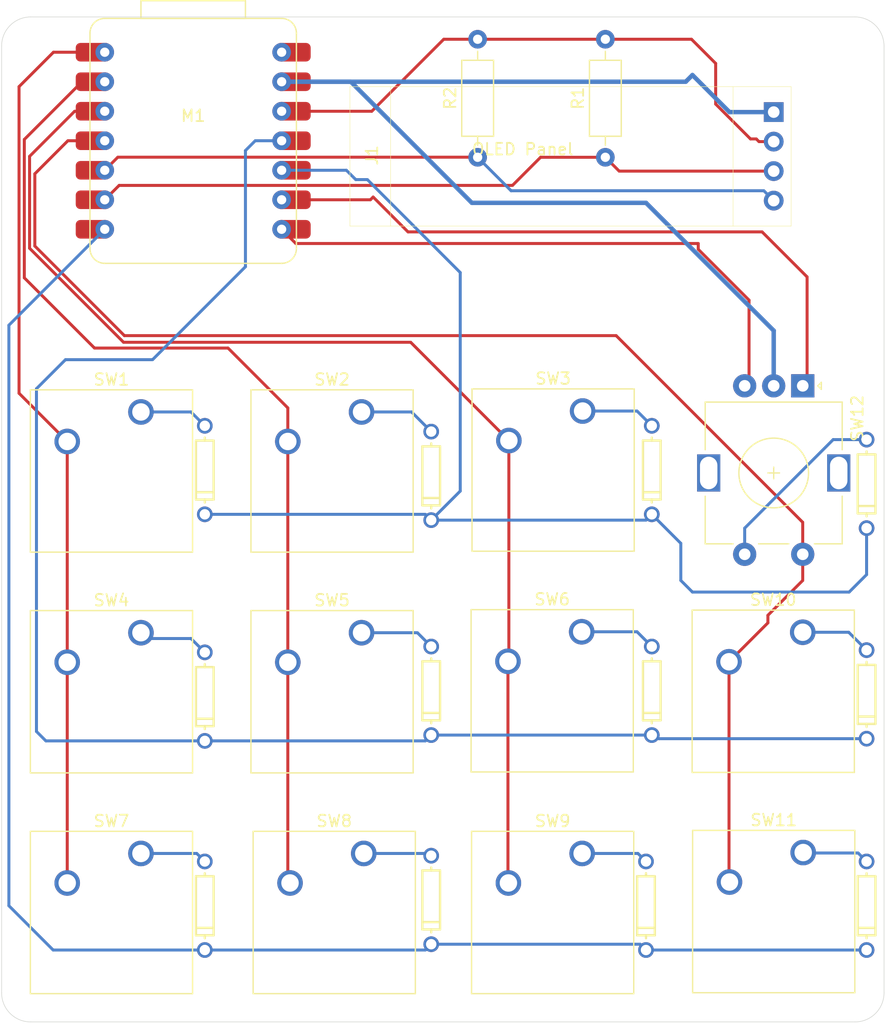
<source format=kicad_pcb>
(kicad_pcb (version 20240108) (generator "pcbnew") (generator_version "8.0")
  (layers (0 "F.Cu" signal) (31 "B.Cu" signal) (34 "B.Paste" user) (35 "F.Paste" user) (36 "B.SilkS" user "B.Silkscreen") (37 "F.SilkS" user "F.Silkscreen") (38 "B.Mask" user) (39 "F.Mask" user) (44 "Edge.Cuts" user))
  (net 0 "")
  (net 1 "+5V")
  (net 2 "GND")
  (net 3 "SDA")
  (net 4 "SCL")
  (net 5 "COL0")
  (net 6 "COL1")
  (net 7 "COL2")
  (net 8 "COL3")
  (net 9 "B")
  (net 10 "A")
  (net 11 "ROW2")
  (net 12 "ROW1")
  (net 13 "+3V3")
  (net 14 "ROW0")
  (net 15 "Net-(D1-PadA)")
  (net 16 "Net-(D2-PadA)")
  (net 17 "Net-(D3-PadA)")
  (net 18 "Net-(D4-PadA)")
  (net 19 "Net-(D5-PadA)")
  (net 20 "Net-(D6-PadA)")
  (net 21 "Net-(D7-PadA)")
  (net 22 "Net-(D8-PadA)")
  (net 23 "Net-(D9-PadA)")
  (net 24 "Net-(D10-PadA)")
  (net 25 "Net-(D11-PadA)")
  (net 26 "Net-(D12-PadA)")
  (footprint "CUSTOM LIBRARY:DIODE-1N4148" (layer "F.Cu") (at 109 83.5 -90)
    (property "Reference" "D2")
    (property "Value" "D_Small" (hide yes))
    (fp_line (start -2.54 0.762) (end -2.54 0) (stroke (width 0.2032)) (layer "F.SilkS"))
    (fp_line (start 2.54 0.762) (end -2.54 0.762) (stroke (width 0.2032)) (layer "F.SilkS"))
    (fp_line (start -2.54 0) (end -2.794 0) (stroke (width 0.2032)) (layer "F.SilkS"))
    (fp_line (start -2.54 0) (end -2.54 -0.762) (stroke (width 0.2032)) (layer "F.SilkS"))
    (fp_line (start 2.54 0) (end 2.54 0.762) (stroke (width 0.2032)) (layer "F.SilkS"))
    (fp_line (start 2.54 0) (end 2.794 0) (stroke (width 0.2032)) (layer "F.SilkS"))
    (fp_line (start 1.905 -0.635) (end 1.905 0.635) (stroke (width 0.2032)) (layer "F.SilkS"))
    (fp_line (start -2.54 -0.762) (end 2.54 -0.762) (stroke (width 0.2032)) (layer "F.SilkS"))
    (fp_line (start 2.54 -0.762) (end 2.54 0) (stroke (width 0.2032)) (layer "F.SilkS"))
    (pad "A" thru_hole oval (at -3.81 0 270) (size 1.34874 1.34874) (drill 0.89916) (layers "*.Cu" "*.Mask") (net 16 "Net-(D2-PadA)"))
    (pad "K" thru_hole oval (at 3.81 0 270) (size 1.34874 1.34874) (drill 0.89916) (layers "*.Cu" "*.Mask") (net 14 "ROW0"))
  )
  (footprint "CUSTOM LIBRARY:SW_Cherry_MX_1.00u_PCB" (layer "F.Cu") (at 121.96 96.92)
    (property "Reference" "SW6" (at -2.54 -2.794 0) (layer "F.SilkS"))
    (property "Value" "SW_Push")
    (fp_line (start -9.525 -1.905) (end 4.445 -1.905) (stroke (width 0.12)) (layer "F.SilkS"))
    (fp_line (start -9.525 12.065) (end -9.525 -1.905) (stroke (width 0.12)) (layer "F.SilkS"))
    (fp_line (start 4.445 -1.905) (end 4.445 12.065) (stroke (width 0.12)) (layer "F.SilkS"))
    (fp_line (start 4.445 12.065) (end -9.525 12.065) (stroke (width 0.12)) (layer "F.SilkS"))
    (pad "" np_thru_hole circle (at -7.62 5.08) (size 1.7 1.7) (drill 1.7) (layers "*.Cu" "*.Mask"))
    (pad "" np_thru_hole circle (at -2.54 5.08) (size 4 4) (drill 4) (layers "*.Cu" "*.Mask"))
    (pad "" np_thru_hole circle (at 2.54 5.08) (size 1.7 1.7) (drill 1.7) (layers "*.Cu" "*.Mask"))
    (pad "1" thru_hole circle (at 0 0) (size 2.2 2.2) (drill 1.5) (layers "*.Cu" "*.Mask") (net 20 "Net-(D6-PadA)"))
    (pad "2" thru_hole circle (at -6.35 2.54) (size 2.2 2.2) (drill 1.5) (layers "*.Cu" "*.Mask") (net 7 "COL2"))
  )
  (footprint "Resistor_THT:R_Axial_DIN0207_L6.3mm_D2.5mm_P10.16mm_Horizontal" (layer "F.Cu") (at 124 56.08 90)
    (property "Reference" "R1" (at 5.08 -2.37 90) (layer "F.SilkS"))
    (property "Value" "R")
    (fp_line (start 8.35 -1.37) (end 1.81 -1.37) (stroke (width 0.12)) (layer "F.SilkS"))
    (fp_line (start 1.81 -1.37) (end 1.81 1.37) (stroke (width 0.12)) (layer "F.SilkS"))
    (fp_line (start 9.12 0) (end 8.35 0) (stroke (width 0.12)) (layer "F.SilkS"))
    (fp_line (start 1.04 0) (end 1.81 0) (stroke (width 0.12)) (layer "F.SilkS"))
    (fp_line (start 8.35 1.37) (end 8.35 -1.37) (stroke (width 0.12)) (layer "F.SilkS"))
    (fp_line (start 1.81 1.37) (end 8.35 1.37) (stroke (width 0.12)) (layer "F.SilkS"))
    (pad "1" thru_hole circle (at 0 0 90) (size 1.6 1.6) (drill 0.8) (layers "*.Cu" "*.Mask") (net 4 "SCL"))
    (pad "2" thru_hole oval (at 10.16 0 90) (size 1.6 1.6) (drill 0.8) (layers "*.Cu" "*.Mask") (net 13 "+3V3"))
  )
  (footprint "CUSTOM LIBRARY:SW_Cherry_MX_1.00u_PCB" (layer "F.Cu") (at 141 96.96)
    (property "Reference" "SW10" (at -2.54 -2.794 0) (layer "F.SilkS"))
    (property "Value" "SW_Push")
    (fp_line (start -9.525 -1.905) (end 4.445 -1.905) (stroke (width 0.12)) (layer "F.SilkS"))
    (fp_line (start -9.525 12.065) (end -9.525 -1.905) (stroke (width 0.12)) (layer "F.SilkS"))
    (fp_line (start 4.445 -1.905) (end 4.445 12.065) (stroke (width 0.12)) (layer "F.SilkS"))
    (fp_line (start 4.445 12.065) (end -9.525 12.065) (stroke (width 0.12)) (layer "F.SilkS"))
    (pad "" np_thru_hole circle (at -7.62 5.08) (size 1.7 1.7) (drill 1.7) (layers "*.Cu" "*.Mask"))
    (pad "" np_thru_hole circle (at -2.54 5.08) (size 4 4) (drill 4) (layers "*.Cu" "*.Mask"))
    (pad "" np_thru_hole circle (at 2.54 5.08) (size 1.7 1.7) (drill 1.7) (layers "*.Cu" "*.Mask"))
    (pad "1" thru_hole circle (at 0 0) (size 2.2 2.2) (drill 1.5) (layers "*.Cu" "*.Mask") (net 24 "Net-(D10-PadA)"))
    (pad "2" thru_hole circle (at -6.35 2.54) (size 2.2 2.2) (drill 1.5) (layers "*.Cu" "*.Mask") (net 8 "COL3"))
  )
  (footprint "CUSTOM LIBRARY:SW_Cherry_MX_1.00u_PCB" (layer "F.Cu") (at 141.04 115.92)
    (property "Reference" "SW11" (at -2.54 -2.794 0) (layer "F.SilkS"))
    (property "Value" "SW_Push")
    (fp_line (start -9.525 -1.905) (end 4.445 -1.905) (stroke (width 0.12)) (layer "F.SilkS"))
    (fp_line (start -9.525 12.065) (end -9.525 -1.905) (stroke (width 0.12)) (layer "F.SilkS"))
    (fp_line (start 4.445 -1.905) (end 4.445 12.065) (stroke (width 0.12)) (layer "F.SilkS"))
    (fp_line (start 4.445 12.065) (end -9.525 12.065) (stroke (width 0.12)) (layer "F.SilkS"))
    (pad "" np_thru_hole circle (at -7.62 5.08) (size 1.7 1.7) (drill 1.7) (layers "*.Cu" "*.Mask"))
    (pad "" np_thru_hole circle (at -2.54 5.08) (size 4 4) (drill 4) (layers "*.Cu" "*.Mask"))
    (pad "" np_thru_hole circle (at 2.54 5.08) (size 1.7 1.7) (drill 1.7) (layers "*.Cu" "*.Mask"))
    (pad "1" thru_hole circle (at 0 0) (size 2.2 2.2) (drill 1.5) (layers "*.Cu" "*.Mask") (net 25 "Net-(D11-PadA)"))
    (pad "2" thru_hole circle (at -6.35 2.54) (size 2.2 2.2) (drill 1.5) (layers "*.Cu" "*.Mask") (net 8 "COL3"))
  )
  (footprint "CUSTOM LIBRARY:DIODE-1N4148" (layer "F.Cu") (at 109 102 -90)
    (property "Reference" "D5")
    (property "Value" "D_Small" (hide yes))
    (fp_line (start -2.54 0.762) (end -2.54 0) (stroke (width 0.2032)) (layer "F.SilkS"))
    (fp_line (start 2.54 0.762) (end -2.54 0.762) (stroke (width 0.2032)) (layer "F.SilkS"))
    (fp_line (start -2.54 0) (end -2.794 0) (stroke (width 0.2032)) (layer "F.SilkS"))
    (fp_line (start -2.54 0) (end -2.54 -0.762) (stroke (width 0.2032)) (layer "F.SilkS"))
    (fp_line (start 2.54 0) (end 2.54 0.762) (stroke (width 0.2032)) (layer "F.SilkS"))
    (fp_line (start 2.54 0) (end 2.794 0) (stroke (width 0.2032)) (layer "F.SilkS"))
    (fp_line (start 1.905 -0.635) (end 1.905 0.635) (stroke (width 0.2032)) (layer "F.SilkS"))
    (fp_line (start -2.54 -0.762) (end 2.54 -0.762) (stroke (width 0.2032)) (layer "F.SilkS"))
    (fp_line (start 2.54 -0.762) (end 2.54 0) (stroke (width 0.2032)) (layer "F.SilkS"))
    (pad "A" thru_hole oval (at -3.81 0 270) (size 1.34874 1.34874) (drill 0.89916) (layers "*.Cu" "*.Mask") (net 19 "Net-(D5-PadA)"))
    (pad "K" thru_hole oval (at 3.81 0 270) (size 1.34874 1.34874) (drill 0.89916) (layers "*.Cu" "*.Mask") (net 12 "ROW1"))
  )
  (footprint "CUSTOM LIBRARY:XIAO-RP2040" (layer "F.Cu") (at 79.61 65.208)
    (property "Reference" "M1" (at 8.89 -12.7 0) (layer "F.SilkS"))
    (property "Value" "XIAO-RP2040")
    (fp_line (start 0 -1.27) (end 0 -19.812) (stroke (width 0.12)) (layer "F.SilkS"))
    (fp_line (start 1.27 -21.082) (end 16.51 -21.082) (stroke (width 0.12)) (layer "F.SilkS"))
    (fp_line (start 16.51 0) (end 1.27 0) (stroke (width 0.12)) (layer "F.SilkS"))
    (fp_line (start 17.78 -19.812) (end 17.78 -1.27) (stroke (width 0.12)) (layer "F.SilkS"))
    (fp_rect (start 4.39 -21.082) (end 13.39 -22.606) (stroke (width 0.12)) (fill none) (layer "F.SilkS"))
    (fp_arc (start 0 -19.812) (mid 0.371974 -20.710026) (end 1.27 -21.082) (stroke (width 0.12)) (layer "F.SilkS"))
    (fp_arc (start 1.27 0) (mid 0.371974 -0.371974) (end 0 -1.27) (stroke (width 0.12)) (layer "F.SilkS"))
    (fp_arc (start 16.51 -21.082) (mid 17.408026 -20.710026) (end 17.78 -19.812) (stroke (width 0.12)) (layer "F.SilkS"))
    (fp_arc (start 17.78 -1.27) (mid 17.408026 -0.371974) (end 16.51 0) (stroke (width 0.12)) (layer "F.SilkS"))
    (pad "1" thru_hole circle (at 1.2725 -18.171) (size 1.6 1.6) (drill 0.8) (layers "*.Cu" "*.Mask") (net 5 "COL0"))
    (pad "1" smd roundrect (at 1.2725 -18.171) (size 3 1.6) (drill (offset -1 0)) (layers "F.Cu" "F.Paste" "F.Mask") (net 5 "COL0"))
    (pad "2" thru_hole circle (at 1.2725 -15.631) (size 1.6 1.6) (drill 0.8) (layers "*.Cu" "*.Mask") (net 6 "COL1"))
    (pad "2" smd roundrect (at 1.2725 -15.631) (size 3 1.6) (drill (offset -1 0)) (layers "F.Cu" "F.Paste" "F.Mask") (net 6 "COL1"))
    (pad "3" thru_hole circle (at 1.2725 -13.091) (size 1.6 1.6) (drill 0.8) (layers "*.Cu" "*.Mask") (net 7 "COL2"))
    (pad "3" smd roundrect (at 1.2725 -13.091) (size 3 1.6) (drill (offset -1 0)) (layers "F.Cu" "F.Paste" "F.Mask") (net 7 "COL2"))
    (pad "4" thru_hole circle (at 1.2725 -10.551) (size 1.6 1.6) (drill 0.8) (layers "*.Cu" "*.Mask") (net 8 "COL3"))
    (pad "4" smd roundrect (at 1.2725 -10.551) (size 3 1.6) (drill (offset -1 0)) (layers "F.Cu" "F.Paste" "F.Mask") (net 8 "COL3"))
    (pad "5" thru_hole circle (at 1.2725 -8.011) (size 1.6 1.6) (drill 0.8) (layers "*.Cu" "*.Mask") (net 3 "SDA"))
    (pad "5" smd roundrect (at 1.2725 -8.011) (size 3 1.6) (drill (offset -1 0)) (layers "F.Cu" "F.Paste" "F.Mask") (net 3 "SDA"))
    (pad "6" thru_hole circle (at 1.2725 -5.471) (size 1.6 1.6) (drill 0.8) (layers "*.Cu" "*.Mask") (net 4 "SCL"))
    (pad "6" smd roundrect (at 1.2725 -5.471) (size 3 1.6) (drill (offset -1 0)) (layers "F.Cu" "F.Paste" "F.Mask") (net 4 "SCL"))
    (pad "7" thru_hole circle (at 1.2725 -2.931) (size 1.6 1.6) (drill 0.8) (layers "*.Cu" "*.Mask") (net 11 "ROW2"))
    (pad "7" smd roundrect (at 1.2725 -2.931) (size 3 1.6) (drill (offset -1 0)) (layers "F.Cu" "F.Paste" "F.Mask") (net 11 "ROW2"))
    (pad "8" thru_hole circle (at 16.5075 -2.931) (size 1.6 1.6) (drill 0.8) (layers "*.Cu" "*.Mask") (net 9 "B"))
    (pad "8" smd roundrect (at 16.5075 -2.931) (size 3 1.6) (drill (offset 1 0)) (layers "F.Cu" "F.Paste" "F.Mask") (net 9 "B"))
    (pad "9" thru_hole circle (at 16.5075 -5.471) (size 1.6 1.6) (drill 0.8) (layers "*.Cu" "*.Mask") (net 10 "A"))
    (pad "9" smd roundrect (at 16.5075 -5.471) (size 3 1.6) (drill (offset 1 0)) (layers "F.Cu" "F.Paste" "F.Mask") (net 10 "A"))
    (pad "10" thru_hole circle (at 16.5075 -8.011) (size 1.6 1.6) (drill 0.8) (layers "*.Cu" "*.Mask") (net 14 "ROW0"))
    (pad "10" smd roundrect (at 16.5075 -8.011) (size 3 1.6) (drill (offset 1 0)) (layers "F.Cu" "F.Paste" "F.Mask") (net 14 "ROW0"))
    (pad "11" thru_hole circle (at 16.5075 -10.551) (size 1.6 1.6) (drill 0.8) (layers "*.Cu" "*.Mask") (net 12 "ROW1"))
    (pad "11" smd roundrect (at 16.5075 -10.551) (size 3 1.6) (drill (offset 1 0)) (layers "F.Cu" "F.Paste" "F.Mask") (net 12 "ROW1"))
    (pad "12" thru_hole circle (at 16.5075 -13.091) (size 1.6 1.6) (drill 0.8) (layers "*.Cu" "*.Mask") (net 13 "+3V3"))
    (pad "12" smd roundrect (at 16.5075 -13.091) (size 3 1.6) (drill (offset 1 0)) (layers "F.Cu" "F.Paste" "F.Mask") (net 13 "+3V3"))
    (pad "13" thru_hole circle (at 16.5075 -15.631) (size 1.6 1.6) (drill 0.8) (layers "*.Cu" "*.Mask") (net 2 "GND"))
    (pad "13" smd roundrect (at 16.5075 -15.631) (size 3 1.6) (drill (offset 1 0)) (layers "F.Cu" "F.Paste" "F.Mask") (net 2 "GND"))
    (pad "14" thru_hole circle (at 16.5075 -18.171) (size 1.6 1.6) (drill 0.8) (layers "*.Cu" "*.Mask") (net 1 "+5V"))
    (pad "14" smd roundrect (at 16.5075 -18.171) (size 3 1.6) (drill (offset 1 0)) (layers "F.Cu" "F.Paste" "F.Mask") (net 1 "+5V"))
  )
  (footprint "CUSTOM LIBRARY:SSD1306-0.91-OLED-4pin-128x32" (layer "F.Cu") (at 102 50)
    (property "Reference" "J1" (at 1.9 5.91 90) (layer "F.SilkS"))
    (property "Value" "Conn_01x04")
    (fp_line (start 0 0) (end 0 12) (stroke (width 0.04)) (layer "F.SilkS"))
    (fp_line (start 0 12) (end 38 12) (stroke (width 0.04)) (layer "F.SilkS"))
    (fp_line (start 3.5 0) (end 3.5 12) (stroke (width 0.04)) (layer "F.SilkS"))
    (fp_line (start 33 0) (end 33 12) (stroke (width 0.04)) (layer "F.SilkS"))
    (fp_line (start 38 0) (end 0 0) (stroke (width 0.04)) (layer "F.SilkS"))
    (fp_line (start 38 12) (end 38 0) (stroke (width 0.04)) (layer "F.SilkS"))
    (fp_text user "OLED Panel" (at 14.885 5.385 0) (layer "F.SilkS"))
    (pad "1" thru_hole rect (at 36.5 2.19) (size 1.7 1.7) (drill 1) (layers "*.Cu" "*.Mask") (net 2 "GND"))
    (pad "2" thru_hole oval (at 36.5 4.73) (size 1.7 1.7) (drill 1) (layers "*.Cu" "*.Mask") (net 13 "+3V3"))
    (pad "3" thru_hole oval (at 36.5 7.27) (size 1.7 1.7) (drill 1) (layers "*.Cu" "*.Mask") (net 4 "SCL"))
    (pad "4" thru_hole oval (at 36.5 9.81) (size 1.7 1.7) (drill 1) (layers "*.Cu" "*.Mask") (net 3 "SDA"))
  )
  (footprint "CUSTOM LIBRARY:SW_Cherry_MX_1.00u_PCB" (layer "F.Cu") (at 122.04 77.92)
    (property "Reference" "SW3" (at -2.54 -2.794 0) (layer "F.SilkS"))
    (property "Value" "SW_Push")
    (fp_line (start -9.525 -1.905) (end 4.445 -1.905) (stroke (width 0.12)) (layer "F.SilkS"))
    (fp_line (start -9.525 12.065) (end -9.525 -1.905) (stroke (width 0.12)) (layer "F.SilkS"))
    (fp_line (start 4.445 -1.905) (end 4.445 12.065) (stroke (width 0.12)) (layer "F.SilkS"))
    (fp_line (start 4.445 12.065) (end -9.525 12.065) (stroke (width 0.12)) (layer "F.SilkS"))
    (pad "" np_thru_hole circle (at -7.62 5.08) (size 1.7 1.7) (drill 1.7) (layers "*.Cu" "*.Mask"))
    (pad "" np_thru_hole circle (at -2.54 5.08) (size 4 4) (drill 4) (layers "*.Cu" "*.Mask"))
    (pad "" np_thru_hole circle (at 2.54 5.08) (size 1.7 1.7) (drill 1.7) (layers "*.Cu" "*.Mask"))
    (pad "1" thru_hole circle (at 0 0) (size 2.2 2.2) (drill 1.5) (layers "*.Cu" "*.Mask") (net 17 "Net-(D3-PadA)"))
    (pad "2" thru_hole circle (at -6.35 2.54) (size 2.2 2.2) (drill 1.5) (layers "*.Cu" "*.Mask") (net 7 "COL2"))
  )
  (footprint "CUSTOM LIBRARY:SW_Cherry_MX_1.00u_PCB" (layer "F.Cu") (at 84 78)
    (property "Reference" "SW1" (at -2.54 -2.794 0) (layer "F.SilkS"))
    (property "Value" "SW_Push")
    (fp_line (start -9.525 -1.905) (end 4.445 -1.905) (stroke (width 0.12)) (layer "F.SilkS"))
    (fp_line (start -9.525 12.065) (end -9.525 -1.905) (stroke (width 0.12)) (layer "F.SilkS"))
    (fp_line (start 4.445 -1.905) (end 4.445 12.065) (stroke (width 0.12)) (layer "F.SilkS"))
    (fp_line (start 4.445 12.065) (end -9.525 12.065) (stroke (width 0.12)) (layer "F.SilkS"))
    (pad "" np_thru_hole circle (at -7.62 5.08) (size 1.7 1.7) (drill 1.7) (layers "*.Cu" "*.Mask"))
    (pad "" np_thru_hole circle (at -2.54 5.08) (size 4 4) (drill 4) (layers "*.Cu" "*.Mask"))
    (pad "" np_thru_hole circle (at 2.54 5.08) (size 1.7 1.7) (drill 1.7) (layers "*.Cu" "*.Mask"))
    (pad "1" thru_hole circle (at 0 0) (size 2.2 2.2) (drill 1.5) (layers "*.Cu" "*.Mask") (net 15 "Net-(D1-PadA)"))
    (pad "2" thru_hole circle (at -6.35 2.54) (size 2.2 2.2) (drill 1.5) (layers "*.Cu" "*.Mask") (net 5 "COL0"))
  )
  (footprint "CUSTOM LIBRARY:DIODE-1N4148" (layer "F.Cu") (at 127.5 120.5 -90)
    (property "Reference" "D9")
    (property "Value" "D_Small" (hide yes))
    (fp_line (start -2.54 0.762) (end -2.54 0) (stroke (width 0.2032)) (layer "F.SilkS"))
    (fp_line (start 2.54 0.762) (end -2.54 0.762) (stroke (width 0.2032)) (layer "F.SilkS"))
    (fp_line (start -2.54 0) (end -2.794 0) (stroke (width 0.2032)) (layer "F.SilkS"))
    (fp_line (start -2.54 0) (end -2.54 -0.762) (stroke (width 0.2032)) (layer "F.SilkS"))
    (fp_line (start 2.54 0) (end 2.54 0.762) (stroke (width 0.2032)) (layer "F.SilkS"))
    (fp_line (start 2.54 0) (end 2.794 0) (stroke (width 0.2032)) (layer "F.SilkS"))
    (fp_line (start 1.905 -0.635) (end 1.905 0.635) (stroke (width 0.2032)) (layer "F.SilkS"))
    (fp_line (start -2.54 -0.762) (end 2.54 -0.762) (stroke (width 0.2032)) (layer "F.SilkS"))
    (fp_line (start 2.54 -0.762) (end 2.54 0) (stroke (width 0.2032)) (layer "F.SilkS"))
    (pad "A" thru_hole oval (at -3.81 0 270) (size 1.34874 1.34874) (drill 0.89916) (layers "*.Cu" "*.Mask") (net 23 "Net-(D9-PadA)"))
    (pad "K" thru_hole oval (at 3.81 0 270) (size 1.34874 1.34874) (drill 0.89916) (layers "*.Cu" "*.Mask") (net 11 "ROW2"))
  )
  (footprint "CUSTOM LIBRARY:SW_Cherry_MX_1.00u_PCB" (layer "F.Cu") (at 103 97)
    (property "Reference" "SW5" (at -2.54 -2.794 0) (layer "F.SilkS"))
    (property "Value" "SW_Push")
    (fp_line (start -9.525 -1.905) (end 4.445 -1.905) (stroke (width 0.12)) (layer "F.SilkS"))
    (fp_line (start -9.525 12.065) (end -9.525 -1.905) (stroke (width 0.12)) (layer "F.SilkS"))
    (fp_line (start 4.445 -1.905) (end 4.445 12.065) (stroke (width 0.12)) (layer "F.SilkS"))
    (fp_line (start 4.445 12.065) (end -9.525 12.065) (stroke (width 0.12)) (layer "F.SilkS"))
    (pad "" np_thru_hole circle (at -7.62 5.08) (size 1.7 1.7) (drill 1.7) (layers "*.Cu" "*.Mask"))
    (pad "" np_thru_hole circle (at -2.54 5.08) (size 4 4) (drill 4) (layers "*.Cu" "*.Mask"))
    (pad "" np_thru_hole circle (at 2.54 5.08) (size 1.7 1.7) (drill 1.7) (layers "*.Cu" "*.Mask"))
    (pad "1" thru_hole circle (at 0 0) (size 2.2 2.2) (drill 1.5) (layers "*.Cu" "*.Mask") (net 19 "Net-(D5-PadA)"))
    (pad "2" thru_hole circle (at -6.35 2.54) (size 2.2 2.2) (drill 1.5) (layers "*.Cu" "*.Mask") (net 6 "COL1"))
  )
  (footprint "CUSTOM LIBRARY:DIODE-1N4148" (layer "F.Cu") (at 89.5 120.5 -90)
    (property "Reference" "D7")
    (property "Value" "D_Small" (hide yes))
    (fp_line (start -2.54 0.762) (end -2.54 0) (stroke (width 0.2032)) (layer "F.SilkS"))
    (fp_line (start 2.54 0.762) (end -2.54 0.762) (stroke (width 0.2032)) (layer "F.SilkS"))
    (fp_line (start -2.54 0) (end -2.794 0) (stroke (width 0.2032)) (layer "F.SilkS"))
    (fp_line (start -2.54 0) (end -2.54 -0.762) (stroke (width 0.2032)) (layer "F.SilkS"))
    (fp_line (start 2.54 0) (end 2.54 0.762) (stroke (width 0.2032)) (layer "F.SilkS"))
    (fp_line (start 2.54 0) (end 2.794 0) (stroke (width 0.2032)) (layer "F.SilkS"))
    (fp_line (start 1.905 -0.635) (end 1.905 0.635) (stroke (width 0.2032)) (layer "F.SilkS"))
    (fp_line (start -2.54 -0.762) (end 2.54 -0.762) (stroke (width 0.2032)) (layer "F.SilkS"))
    (fp_line (start 2.54 -0.762) (end 2.54 0) (stroke (width 0.2032)) (layer "F.SilkS"))
    (pad "A" thru_hole oval (at -3.81 0 270) (size 1.34874 1.34874) (drill 0.89916) (layers "*.Cu" "*.Mask") (net 21 "Net-(D7-PadA)"))
    (pad "K" thru_hole oval (at 3.81 0 270) (size 1.34874 1.34874) (drill 0.89916) (layers "*.Cu" "*.Mask") (net 11 "ROW2"))
  )
  (footprint "CUSTOM LIBRARY:SW_Cherry_MX_1.00u_PCB" (layer "F.Cu") (at 103.19 116)
    (property "Reference" "SW8" (at -2.54 -2.794 0) (layer "F.SilkS"))
    (property "Value" "SW_Push")
    (fp_line (start -9.525 -1.905) (end 4.445 -1.905) (stroke (width 0.12)) (layer "F.SilkS"))
    (fp_line (start -9.525 12.065) (end -9.525 -1.905) (stroke (width 0.12)) (layer "F.SilkS"))
    (fp_line (start 4.445 -1.905) (end 4.445 12.065) (stroke (width 0.12)) (layer "F.SilkS"))
    (fp_line (start 4.445 12.065) (end -9.525 12.065) (stroke (width 0.12)) (layer "F.SilkS"))
    (pad "" np_thru_hole circle (at -7.62 5.08) (size 1.7 1.7) (drill 1.7) (layers "*.Cu" "*.Mask"))
    (pad "" np_thru_hole circle (at -2.54 5.08) (size 4 4) (drill 4) (layers "*.Cu" "*.Mask"))
    (pad "" np_thru_hole circle (at 2.54 5.08) (size 1.7 1.7) (drill 1.7) (layers "*.Cu" "*.Mask"))
    (pad "1" thru_hole circle (at 0 0) (size 2.2 2.2) (drill 1.5) (layers "*.Cu" "*.Mask") (net 22 "Net-(D8-PadA)"))
    (pad "2" thru_hole circle (at -6.35 2.54) (size 2.2 2.2) (drill 1.5) (layers "*.Cu" "*.Mask") (net 6 "COL1"))
  )
  (footprint "CUSTOM LIBRARY:DIODE-1N4148" (layer "F.Cu") (at 146.5 102.31 -90)
    (property "Reference" "D10")
    (property "Value" "D_Small" (hide yes))
    (fp_line (start -2.54 0.762) (end -2.54 0) (stroke (width 0.2032)) (layer "F.SilkS"))
    (fp_line (start 2.54 0.762) (end -2.54 0.762) (stroke (width 0.2032)) (layer "F.SilkS"))
    (fp_line (start -2.54 0) (end -2.794 0) (stroke (width 0.2032)) (layer "F.SilkS"))
    (fp_line (start -2.54 0) (end -2.54 -0.762) (stroke (width 0.2032)) (layer "F.SilkS"))
    (fp_line (start 2.54 0) (end 2.54 0.762) (stroke (width 0.2032)) (layer "F.SilkS"))
    (fp_line (start 2.54 0) (end 2.794 0) (stroke (width 0.2032)) (layer "F.SilkS"))
    (fp_line (start 1.905 -0.635) (end 1.905 0.635) (stroke (width 0.2032)) (layer "F.SilkS"))
    (fp_line (start -2.54 -0.762) (end 2.54 -0.762) (stroke (width 0.2032)) (layer "F.SilkS"))
    (fp_line (start 2.54 -0.762) (end 2.54 0) (stroke (width 0.2032)) (layer "F.SilkS"))
    (pad "A" thru_hole oval (at -3.81 0 270) (size 1.34874 1.34874) (drill 0.89916) (layers "*.Cu" "*.Mask") (net 24 "Net-(D10-PadA)"))
    (pad "K" thru_hole oval (at 3.81 0 270) (size 1.34874 1.34874) (drill 0.89916) (layers "*.Cu" "*.Mask") (net 12 "ROW1"))
  )
  (footprint "CUSTOM LIBRARY:DIODE-1N4148" (layer "F.Cu") (at 128 102 -90)
    (property "Reference" "D6")
    (property "Value" "D_Small" (hide yes))
    (fp_line (start -2.54 0.762) (end -2.54 0) (stroke (width 0.2032)) (layer "F.SilkS"))
    (fp_line (start 2.54 0.762) (end -2.54 0.762) (stroke (width 0.2032)) (layer "F.SilkS"))
    (fp_line (start -2.54 0) (end -2.794 0) (stroke (width 0.2032)) (layer "F.SilkS"))
    (fp_line (start -2.54 0) (end -2.54 -0.762) (stroke (width 0.2032)) (layer "F.SilkS"))
    (fp_line (start 2.54 0) (end 2.54 0.762) (stroke (width 0.2032)) (layer "F.SilkS"))
    (fp_line (start 2.54 0) (end 2.794 0) (stroke (width 0.2032)) (layer "F.SilkS"))
    (fp_line (start 1.905 -0.635) (end 1.905 0.635) (stroke (width 0.2032)) (layer "F.SilkS"))
    (fp_line (start -2.54 -0.762) (end 2.54 -0.762) (stroke (width 0.2032)) (layer "F.SilkS"))
    (fp_line (start 2.54 -0.762) (end 2.54 0) (stroke (width 0.2032)) (layer "F.SilkS"))
    (pad "A" thru_hole oval (at -3.81 0 270) (size 1.34874 1.34874) (drill 0.89916) (layers "*.Cu" "*.Mask") (net 20 "Net-(D6-PadA)"))
    (pad "K" thru_hole oval (at 3.81 0 270) (size 1.34874 1.34874) (drill 0.89916) (layers "*.Cu" "*.Mask") (net 12 "ROW1"))
  )
  (footprint "CUSTOM LIBRARY:DIODE-1N4148" (layer "F.Cu") (at 109 120 -90)
    (property "Reference" "D8")
    (property "Value" "D_Small" (hide yes))
    (fp_line (start -2.54 0.762) (end -2.54 0) (stroke (width 0.2032)) (layer "F.SilkS"))
    (fp_line (start 2.54 0.762) (end -2.54 0.762) (stroke (width 0.2032)) (layer "F.SilkS"))
    (fp_line (start -2.54 0) (end -2.794 0) (stroke (width 0.2032)) (layer "F.SilkS"))
    (fp_line (start -2.54 0) (end -2.54 -0.762) (stroke (width 0.2032)) (layer "F.SilkS"))
    (fp_line (start 2.54 0) (end 2.54 0.762) (stroke (width 0.2032)) (layer "F.SilkS"))
    (fp_line (start 2.54 0) (end 2.794 0) (stroke (width 0.2032)) (layer "F.SilkS"))
    (fp_line (start 1.905 -0.635) (end 1.905 0.635) (stroke (width 0.2032)) (layer "F.SilkS"))
    (fp_line (start -2.54 -0.762) (end 2.54 -0.762) (stroke (width 0.2032)) (layer "F.SilkS"))
    (fp_line (start 2.54 -0.762) (end 2.54 0) (stroke (width 0.2032)) (layer "F.SilkS"))
    (pad "A" thru_hole oval (at -3.81 0 270) (size 1.34874 1.34874) (drill 0.89916) (layers "*.Cu" "*.Mask") (net 22 "Net-(D8-PadA)"))
    (pad "K" thru_hole oval (at 3.81 0 270) (size 1.34874 1.34874) (drill 0.89916) (layers "*.Cu" "*.Mask") (net 11 "ROW2"))
  )
  (footprint "CUSTOM LIBRARY:SW_Cherry_MX_1.00u_PCB" (layer "F.Cu") (at 122 116)
    (property "Reference" "SW9" (at -2.54 -2.794 0) (layer "F.SilkS"))
    (property "Value" "SW_Push")
    (fp_line (start -9.525 -1.905) (end 4.445 -1.905) (stroke (width 0.12)) (layer "F.SilkS"))
    (fp_line (start -9.525 12.065) (end -9.525 -1.905) (stroke (width 0.12)) (layer "F.SilkS"))
    (fp_line (start 4.445 -1.905) (end 4.445 12.065) (stroke (width 0.12)) (layer "F.SilkS"))
    (fp_line (start 4.445 12.065) (end -9.525 12.065) (stroke (width 0.12)) (layer "F.SilkS"))
    (pad "" np_thru_hole circle (at -7.62 5.08) (size 1.7 1.7) (drill 1.7) (layers "*.Cu" "*.Mask"))
    (pad "" np_thru_hole circle (at -2.54 5.08) (size 4 4) (drill 4) (layers "*.Cu" "*.Mask"))
    (pad "" np_thru_hole circle (at 2.54 5.08) (size 1.7 1.7) (drill 1.7) (layers "*.Cu" "*.Mask"))
    (pad "1" thru_hole circle (at 0 0) (size 2.2 2.2) (drill 1.5) (layers "*.Cu" "*.Mask") (net 23 "Net-(D9-PadA)"))
    (pad "2" thru_hole circle (at -6.35 2.54) (size 2.2 2.2) (drill 1.5) (layers "*.Cu" "*.Mask") (net 7 "COL2"))
  )
  (footprint "CUSTOM LIBRARY:RotaryEncoder_Alps_EC11E-Switch_Vertical_H20mm" (layer "F.Cu") (at 141 75.75 -90)
    (property "Reference" "SW12" (at 2.8 -4.7 90) (layer "F.SilkS"))
    (property "Value" "RotaryEncoder_Switch")
    (fp_line (start 5.5 8.4) (end 1.4 8.4) (stroke (width 0.12)) (layer "F.SilkS"))
    (fp_line (start 13.6 8.4) (end 9.5 8.4) (stroke (width 0.12)) (layer "F.SilkS"))
    (fp_line (start 13.6 6) (end 13.6 8.4) (stroke (width 0.12)) (layer "F.SilkS"))
    (fp_line (start 7 2.5) (end 8 2.5) (stroke (width 0.12)) (layer "F.SilkS"))
    (fp_line (start 7.5 2) (end 7.5 3) (stroke (width 0.12)) (layer "F.SilkS"))
    (fp_line (start 13.6 1.2) (end 13.6 3.8) (stroke (width 0.12)) (layer "F.SilkS"))
    (fp_line (start 0 -1.3) (end -0.3 -1.6) (stroke (width 0.12)) (layer "F.SilkS"))
    (fp_line (start -0.3 -1.6) (end 0.3 -1.6) (stroke (width 0.12)) (layer "F.SilkS"))
    (fp_line (start 0.3 -1.6) (end 0 -1.3) (stroke (width 0.12)) (layer "F.SilkS"))
    (fp_line (start 1.4 -3.4) (end 1.4 8.4) (stroke (width 0.12)) (layer "F.SilkS"))
    (fp_line (start 5.5 -3.4) (end 1.4 -3.4) (stroke (width 0.12)) (layer "F.SilkS"))
    (fp_line (start 9.5 -3.4) (end 13.6 -3.4) (stroke (width 0.12)) (layer "F.SilkS"))
    (fp_line (start 13.6 -3.4) (end 13.6 -1) (stroke (width 0.12)) (layer "F.SilkS"))
    (fp_circle (center 7.5 2.5) (end 10.5 2.5) (stroke (width 0.12)) (fill none) (layer "F.SilkS"))
    (pad "A" thru_hole rect (at 0 0 270) (size 2 2) (drill 1) (layers "*.Cu" "*.Mask") (net 10 "A"))
    (pad "B" thru_hole circle (at 0 5 270) (size 2 2) (drill 1) (layers "*.Cu" "*.Mask") (net 9 "B"))
    (pad "C" thru_hole circle (at 0 2.5 270) (size 2 2) (drill 1) (layers "*.Cu" "*.Mask") (net 2 "GND"))
    (pad "MP" thru_hole rect (at 7.5 -3.1 270) (size 3.2 2) (drill oval 2.8 1.5) (layers "*.Cu" "*.Mask"))
    (pad "MP" thru_hole rect (at 7.5 8.1 270) (size 3.2 2) (drill oval 2.8 1.5) (layers "*.Cu" "*.Mask"))
    (pad "S1" thru_hole circle (at 14.5 0 270) (size 2 2) (drill 1) (layers "*.Cu" "*.Mask") (net 8 "COL3"))
    (pad "S2" thru_hole circle (at 14.5 5 270) (size 2 2) (drill 1) (layers "*.Cu" "*.Mask") (net 26 "Net-(D12-PadA)"))
  )
  (footprint "CUSTOM LIBRARY:DIODE-1N4148" (layer "F.Cu") (at 146.5 120.5 -90)
    (property "Reference" "D11")
    (property "Value" "D_Small" (hide yes))
    (fp_line (start -2.54 0.762) (end -2.54 0) (stroke (width 0.2032)) (layer "F.SilkS"))
    (fp_line (start 2.54 0.762) (end -2.54 0.762) (stroke (width 0.2032)) (layer "F.SilkS"))
    (fp_line (start -2.54 0) (end -2.794 0) (stroke (width 0.2032)) (layer "F.SilkS"))
    (fp_line (start -2.54 0) (end -2.54 -0.762) (stroke (width 0.2032)) (layer "F.SilkS"))
    (fp_line (start 2.54 0) (end 2.54 0.762) (stroke (width 0.2032)) (layer "F.SilkS"))
    (fp_line (start 2.54 0) (end 2.794 0) (stroke (width 0.2032)) (layer "F.SilkS"))
    (fp_line (start 1.905 -0.635) (end 1.905 0.635) (stroke (width 0.2032)) (layer "F.SilkS"))
    (fp_line (start -2.54 -0.762) (end 2.54 -0.762) (stroke (width 0.2032)) (layer "F.SilkS"))
    (fp_line (start 2.54 -0.762) (end 2.54 0) (stroke (width 0.2032)) (layer "F.SilkS"))
    (pad "A" thru_hole oval (at -3.81 0 270) (size 1.34874 1.34874) (drill 0.89916) (layers "*.Cu" "*.Mask") (net 25 "Net-(D11-PadA)"))
    (pad "K" thru_hole oval (at 3.81 0 270) (size 1.34874 1.34874) (drill 0.89916) (layers "*.Cu" "*.Mask") (net 11 "ROW2"))
  )
  (footprint "CUSTOM LIBRARY:SW_Cherry_MX_1.00u_PCB" (layer "F.Cu") (at 84 97)
    (property "Reference" "SW4" (at -2.54 -2.794 0) (layer "F.SilkS"))
    (property "Value" "SW_Push")
    (fp_line (start -9.525 -1.905) (end 4.445 -1.905) (stroke (width 0.12)) (layer "F.SilkS"))
    (fp_line (start -9.525 12.065) (end -9.525 -1.905) (stroke (width 0.12)) (layer "F.SilkS"))
    (fp_line (start 4.445 -1.905) (end 4.445 12.065) (stroke (width 0.12)) (layer "F.SilkS"))
    (fp_line (start 4.445 12.065) (end -9.525 12.065) (stroke (width 0.12)) (layer "F.SilkS"))
    (pad "" np_thru_hole circle (at -7.62 5.08) (size 1.7 1.7) (drill 1.7) (layers "*.Cu" "*.Mask"))
    (pad "" np_thru_hole circle (at -2.54 5.08) (size 4 4) (drill 4) (layers "*.Cu" "*.Mask"))
    (pad "" np_thru_hole circle (at 2.54 5.08) (size 1.7 1.7) (drill 1.7) (layers "*.Cu" "*.Mask"))
    (pad "1" thru_hole circle (at 0 0) (size 2.2 2.2) (drill 1.5) (layers "*.Cu" "*.Mask") (net 18 "Net-(D4-PadA)"))
    (pad "2" thru_hole circle (at -6.35 2.54) (size 2.2 2.2) (drill 1.5) (layers "*.Cu" "*.Mask") (net 5 "COL0"))
  )
  (footprint "CUSTOM LIBRARY:DIODE-1N4148" (layer "F.Cu") (at 89.5 83 -90)
    (property "Reference" "D1")
    (property "Value" "D_Small" (hide yes))
    (fp_line (start -2.54 0.762) (end -2.54 0) (stroke (width 0.2032)) (layer "F.SilkS"))
    (fp_line (start 2.54 0.762) (end -2.54 0.762) (stroke (width 0.2032)) (layer "F.SilkS"))
    (fp_line (start -2.54 0) (end -2.794 0) (stroke (width 0.2032)) (layer "F.SilkS"))
    (fp_line (start -2.54 0) (end -2.54 -0.762) (stroke (width 0.2032)) (layer "F.SilkS"))
    (fp_line (start 2.54 0) (end 2.54 0.762) (stroke (width 0.2032)) (layer "F.SilkS"))
    (fp_line (start 2.54 0) (end 2.794 0) (stroke (width 0.2032)) (layer "F.SilkS"))
    (fp_line (start 1.905 -0.635) (end 1.905 0.635) (stroke (width 0.2032)) (layer "F.SilkS"))
    (fp_line (start -2.54 -0.762) (end 2.54 -0.762) (stroke (width 0.2032)) (layer "F.SilkS"))
    (fp_line (start 2.54 -0.762) (end 2.54 0) (stroke (width 0.2032)) (layer "F.SilkS"))
    (pad "A" thru_hole oval (at -3.81 0 270) (size 1.34874 1.34874) (drill 0.89916) (layers "*.Cu" "*.Mask") (net 15 "Net-(D1-PadA)"))
    (pad "K" thru_hole oval (at 3.81 0 270) (size 1.34874 1.34874) (drill 0.89916) (layers "*.Cu" "*.Mask") (net 14 "ROW0"))
  )
  (footprint "CUSTOM LIBRARY:SW_Cherry_MX_1.00u_PCB" (layer "F.Cu") (at 103 78)
    (property "Reference" "SW2" (at -2.54 -2.794 0) (layer "F.SilkS"))
    (property "Value" "SW_Push")
    (fp_line (start -9.525 -1.905) (end 4.445 -1.905) (stroke (width 0.12)) (layer "F.SilkS"))
    (fp_line (start -9.525 12.065) (end -9.525 -1.905) (stroke (width 0.12)) (layer "F.SilkS"))
    (fp_line (start 4.445 -1.905) (end 4.445 12.065) (stroke (width 0.12)) (layer "F.SilkS"))
    (fp_line (start 4.445 12.065) (end -9.525 12.065) (stroke (width 0.12)) (layer "F.SilkS"))
    (pad "" np_thru_hole circle (at -7.62 5.08) (size 1.7 1.7) (drill 1.7) (layers "*.Cu" "*.Mask"))
    (pad "" np_thru_hole circle (at -2.54 5.08) (size 4 4) (drill 4) (layers "*.Cu" "*.Mask"))
    (pad "" np_thru_hole circle (at 2.54 5.08) (size 1.7 1.7) (drill 1.7) (layers "*.Cu" "*.Mask"))
    (pad "1" thru_hole circle (at 0 0) (size 2.2 2.2) (drill 1.5) (layers "*.Cu" "*.Mask") (net 16 "Net-(D2-PadA)"))
    (pad "2" thru_hole circle (at -6.35 2.54) (size 2.2 2.2) (drill 1.5) (layers "*.Cu" "*.Mask") (net 6 "COL1"))
  )
  (footprint "Resistor_THT:R_Axial_DIN0207_L6.3mm_D2.5mm_P10.16mm_Horizontal" (layer "F.Cu") (at 113 56.08 90)
    (property "Reference" "R2" (at 5.08 -2.37 90) (layer "F.SilkS"))
    (property "Value" "R")
    (fp_line (start 8.35 -1.37) (end 1.81 -1.37) (stroke (width 0.12)) (layer "F.SilkS"))
    (fp_line (start 1.81 -1.37) (end 1.81 1.37) (stroke (width 0.12)) (layer "F.SilkS"))
    (fp_line (start 9.12 0) (end 8.35 0) (stroke (width 0.12)) (layer "F.SilkS"))
    (fp_line (start 1.04 0) (end 1.81 0) (stroke (width 0.12)) (layer "F.SilkS"))
    (fp_line (start 8.35 1.37) (end 8.35 -1.37) (stroke (width 0.12)) (layer "F.SilkS"))
    (fp_line (start 1.81 1.37) (end 8.35 1.37) (stroke (width 0.12)) (layer "F.SilkS"))
    (pad "1" thru_hole circle (at 0 0 90) (size 1.6 1.6) (drill 0.8) (layers "*.Cu" "*.Mask") (net 3 "SDA"))
    (pad "2" thru_hole oval (at 10.16 0 90) (size 1.6 1.6) (drill 0.8) (layers "*.Cu" "*.Mask") (net 13 "+3V3"))
  )
  (footprint "CUSTOM LIBRARY:SW_Cherry_MX_1.00u_PCB" (layer "F.Cu") (at 84 116)
    (property "Reference" "SW7" (at -2.54 -2.794 0) (layer "F.SilkS"))
    (property "Value" "SW_Push")
    (fp_line (start -9.525 -1.905) (end 4.445 -1.905) (stroke (width 0.12)) (layer "F.SilkS"))
    (fp_line (start -9.525 12.065) (end -9.525 -1.905) (stroke (width 0.12)) (layer "F.SilkS"))
    (fp_line (start 4.445 -1.905) (end 4.445 12.065) (stroke (width 0.12)) (layer "F.SilkS"))
    (fp_line (start 4.445 12.065) (end -9.525 12.065) (stroke (width 0.12)) (layer "F.SilkS"))
    (pad "" np_thru_hole circle (at -7.62 5.08) (size 1.7 1.7) (drill 1.7) (layers "*.Cu" "*.Mask"))
    (pad "" np_thru_hole circle (at -2.54 5.08) (size 4 4) (drill 4) (layers "*.Cu" "*.Mask"))
    (pad "" np_thru_hole circle (at 2.54 5.08) (size 1.7 1.7) (drill 1.7) (layers "*.Cu" "*.Mask"))
    (pad "1" thru_hole circle (at 0 0) (size 2.2 2.2) (drill 1.5) (layers "*.Cu" "*.Mask") (net 21 "Net-(D7-PadA)"))
    (pad "2" thru_hole circle (at -6.35 2.54) (size 2.2 2.2) (drill 1.5) (layers "*.Cu" "*.Mask") (net 5 "COL0"))
  )
  (footprint "CUSTOM LIBRARY:DIODE-1N4148" (layer "F.Cu") (at 146.5 84.19 -90)
    (property "Reference" "D12")
    (property "Value" "D_Small" (hide yes))
    (fp_line (start -2.54 0.762) (end -2.54 0) (stroke (width 0.2032)) (layer "F.SilkS"))
    (fp_line (start 2.54 0.762) (end -2.54 0.762) (stroke (width 0.2032)) (layer "F.SilkS"))
    (fp_line (start -2.54 0) (end -2.794 0) (stroke (width 0.2032)) (layer "F.SilkS"))
    (fp_line (start -2.54 0) (end -2.54 -0.762) (stroke (width 0.2032)) (layer "F.SilkS"))
    (fp_line (start 2.54 0) (end 2.54 0.762) (stroke (width 0.2032)) (layer "F.SilkS"))
    (fp_line (start 2.54 0) (end 2.794 0) (stroke (width 0.2032)) (layer "F.SilkS"))
    (fp_line (start 1.905 -0.635) (end 1.905 0.635) (stroke (width 0.2032)) (layer "F.SilkS"))
    (fp_line (start -2.54 -0.762) (end 2.54 -0.762) (stroke (width 0.2032)) (layer "F.SilkS"))
    (fp_line (start 2.54 -0.762) (end 2.54 0) (stroke (width 0.2032)) (layer "F.SilkS"))
    (pad "A" thru_hole oval (at -3.81 0 270) (size 1.34874 1.34874) (drill 0.89916) (layers "*.Cu" "*.Mask") (net 26 "Net-(D12-PadA)"))
    (pad "K" thru_hole oval (at 3.81 0 270) (size 1.34874 1.34874) (drill 0.89916) (layers "*.Cu" "*.Mask") (net 14 "ROW0"))
  )
  (footprint "CUSTOM LIBRARY:DIODE-1N4148" (layer "F.Cu") (at 128 83 -90)
    (property "Reference" "D3")
    (property "Value" "D_Small" (hide yes))
    (fp_line (start -2.54 0.762) (end -2.54 0) (stroke (width 0.2032)) (layer "F.SilkS"))
    (fp_line (start 2.54 0.762) (end -2.54 0.762) (stroke (width 0.2032)) (layer "F.SilkS"))
    (fp_line (start -2.54 0) (end -2.794 0) (stroke (width 0.2032)) (layer "F.SilkS"))
    (fp_line (start -2.54 0) (end -2.54 -0.762) (stroke (width 0.2032)) (layer "F.SilkS"))
    (fp_line (start 2.54 0) (end 2.54 0.762) (stroke (width 0.2032)) (layer "F.SilkS"))
    (fp_line (start 2.54 0) (end 2.794 0) (stroke (width 0.2032)) (layer "F.SilkS"))
    (fp_line (start 1.905 -0.635) (end 1.905 0.635) (stroke (width 0.2032)) (layer "F.SilkS"))
    (fp_line (start -2.54 -0.762) (end 2.54 -0.762) (stroke (width 0.2032)) (layer "F.SilkS"))
    (fp_line (start 2.54 -0.762) (end 2.54 0) (stroke (width 0.2032)) (layer "F.SilkS"))
    (pad "A" thru_hole oval (at -3.81 0 270) (size 1.34874 1.34874) (drill 0.89916) (layers "*.Cu" "*.Mask") (net 17 "Net-(D3-PadA)"))
    (pad "K" thru_hole oval (at 3.81 0 270) (size 1.34874 1.34874) (drill 0.89916) (layers "*.Cu" "*.Mask") (net 14 "ROW0"))
  )
  (footprint "CUSTOM LIBRARY:DIODE-1N4148" (layer "F.Cu") (at 89.5 102.5 -90)
    (property "Reference" "D4")
    (property "Value" "D_Small" (hide yes))
    (fp_line (start -2.54 0.762) (end -2.54 0) (stroke (width 0.2032)) (layer "F.SilkS"))
    (fp_line (start 2.54 0.762) (end -2.54 0.762) (stroke (width 0.2032)) (layer "F.SilkS"))
    (fp_line (start -2.54 0) (end -2.794 0) (stroke (width 0.2032)) (layer "F.SilkS"))
    (fp_line (start -2.54 0) (end -2.54 -0.762) (stroke (width 0.2032)) (layer "F.SilkS"))
    (fp_line (start 2.54 0) (end 2.54 0.762) (stroke (width 0.2032)) (layer "F.SilkS"))
    (fp_line (start 2.54 0) (end 2.794 0) (stroke (width 0.2032)) (layer "F.SilkS"))
    (fp_line (start 1.905 -0.635) (end 1.905 0.635) (stroke (width 0.2032)) (layer "F.SilkS"))
    (fp_line (start -2.54 -0.762) (end 2.54 -0.762) (stroke (width 0.2032)) (layer "F.SilkS"))
    (fp_line (start 2.54 -0.762) (end 2.54 0) (stroke (width 0.2032)) (layer "F.SilkS"))
    (pad "A" thru_hole oval (at -3.81 0 270) (size 1.34874 1.34874) (drill 0.89916) (layers "*.Cu" "*.Mask") (net 18 "Net-(D4-PadA)"))
    (pad "K" thru_hole oval (at 3.81 0 270) (size 1.34874 1.34874) (drill 0.89916) (layers "*.Cu" "*.Mask") (net 12 "ROW1"))
  )
  (gr_arc (start 145.5 44) (mid 147.267767 44.732233) (end 148 46.5) (stroke (width 0.05)) (layer "Edge.Cuts"))
  (gr_arc (start 148 128) (mid 147.267767 129.767767) (end 145.5 130.5) (stroke (width 0.05)) (layer "Edge.Cuts"))
  (gr_line (start 148 46.5) (end 148 128) (stroke (width 0.05)) (layer "Edge.Cuts"))
  (gr_arc (start 74.5 130.5) (mid 72.732233 129.767767) (end 72 128) (stroke (width 0.05)) (layer "Edge.Cuts"))
  (gr_line (start 72 46.5) (end 72 128) (stroke (width 0.05)) (layer "Edge.Cuts"))
  (gr_line (start 145.5 44) (end 74.5 44) (stroke (width 0.05)) (layer "Edge.Cuts"))
  (gr_arc (start 72 46.5) (mid 72.732233 44.732233) (end 74.5 44) (stroke (width 0.05)) (layer "Edge.Cuts"))
  (gr_line (start 145.5 130.5) (end 74.5 130.5) (stroke (width 0.05)) (layer "Edge.Cuts"))
  (segment (start 96.1175 47.037) (end 96.037 47.037) (width 0.254) (layer "B.Cu") (net 1))
  (segment (start 96.037 47.037) (end 96 47) (width 0.254) (layer "B.Cu") (net 1))
  (segment (start 127.5 60) (end 112.5 60) (width 0.381) (layer "B.Cu") (net 2))
  (segment (start 130.923 49.577) (end 96.1175 49.577) (width 0.381) (layer "B.Cu") (net 2))
  (segment (start 134.69 52.19) (end 131.5 49) (width 0.381) (layer "B.Cu") (net 2))
  (segment (start 131.5 49) (end 130.923 49.577) (width 0.381) (layer "B.Cu") (net 2))
  (segment (start 102.077 49.577) (end 96.1175 49.577) (width 0.381) (layer "B.Cu") (net 2))
  (segment (start 138.5 71) (end 127.5 60) (width 0.381) (layer "B.Cu") (net 2))
  (segment (start 138.5 52.19) (end 134.69 52.19) (width 0.381) (layer "B.Cu") (net 2))
  (segment (start 138.5 75.75) (end 138.5 71) (width 0.381) (layer "B.Cu") (net 2))
  (segment (start 112.5 60) (end 102.077 49.577) (width 0.381) (layer "B.Cu") (net 2))
  (segment (start 112.99 56.07) (end 82.0095 56.07) (width 0.254) (layer "F.Cu") (net 3))
  (segment (start 113 56.08) (end 112.99 56.07) (width 0.254) (layer "F.Cu") (net 3))
  (segment (start 82.0095 56.07) (end 80.8825 57.197) (width 0.254) (layer "F.Cu") (net 3))
  (segment (start 115.88 58.96) (end 113 56.08) (width 0.254) (layer "B.Cu") (net 3))
  (segment (start 138.5 59.81) (end 137.65 58.96) (width 0.254) (layer "B.Cu") (net 3))
  (segment (start 137.65 58.96) (end 115.88 58.96) (width 0.254) (layer "B.Cu") (net 3))
  (segment (start 125.19 57.27) (end 124 56.08) (width 0.254) (layer "F.Cu") (net 4))
  (segment (start 124 56.08) (end 118.42 56.08) (width 0.254) (layer "F.Cu") (net 4))
  (segment (start 138.5 57.27) (end 125.19 57.27) (width 0.254) (layer "F.Cu") (net 4))
  (segment (start 118.42 56.08) (end 116 58.5) (width 0.254) (layer "F.Cu") (net 4))
  (segment (start 82.1195 58.5) (end 80.8825 59.737) (width 0.254) (layer "F.Cu") (net 4))
  (segment (start 116 58.5) (end 82.1195 58.5) (width 0.254) (layer "F.Cu") (net 4))
  (segment (start 77.65 80.54) (end 77.65 99.54) (width 0.254) (layer "F.Cu") (net 5))
  (segment (start 77.65 80.54) (end 73.5 76.39) (width 0.254) (layer "F.Cu") (net 5))
  (segment (start 76.463 47.037) (end 80.8825 47.037) (width 0.254) (layer "F.Cu") (net 5))
  (segment (start 77.65 99.54) (end 77.65 118.54) (width 0.254) (layer "F.Cu") (net 5))
  (segment (start 73.5 50) (end 76.463 47.037) (width 0.254) (layer "F.Cu") (net 5))
  (segment (start 73.5 76.39) (end 73.5 50) (width 0.254) (layer "F.Cu") (net 5))
  (segment (start 91.5 72.5) (end 80 72.5) (width 0.254) (layer "F.Cu") (net 6))
  (segment (start 96.65 99.54) (end 96.65 118.35) (width 0.254) (layer "F.Cu") (net 6))
  (segment (start 96.65 80.54) (end 96.65 77.65) (width 0.254) (layer "F.Cu") (net 6))
  (segment (start 80 72.5) (end 73.954 66.454) (width 0.254) (layer "F.Cu") (net 6))
  (segment (start 73.954 54.546) (end 78.923 49.577) (width 0.254) (layer "F.Cu") (net 6))
  (segment (start 78.923 49.577) (end 80.8825 49.577) (width 0.254) (layer "F.Cu") (net 6))
  (segment (start 96.65 80.54) (end 96.65 99.54) (width 0.254) (layer "F.Cu") (net 6))
  (segment (start 96.65 118.35) (end 96.84 118.54) (width 0.254) (layer "F.Cu") (net 6))
  (segment (start 96.65 77.65) (end 91.5 72.5) (width 0.254) (layer "F.Cu") (net 6))
  (segment (start 73.954 66.454) (end 73.954 54.546) (width 0.254) (layer "F.Cu") (net 6))
  (segment (start 107.23 72) (end 82.5 72) (width 0.254) (layer "F.Cu") (net 7))
  (segment (start 115.61 118.5) (end 115.65 118.54) (width 0.254) (layer "F.Cu") (net 7))
  (segment (start 74.408 63.908) (end 74.408 56) (width 0.254) (layer "F.Cu") (net 7))
  (segment (start 82.5 72) (end 74.408 63.908) (width 0.254) (layer "F.Cu") (net 7))
  (segment (start 115.69 80.46) (end 107.23 72) (width 0.254) (layer "F.Cu") (net 7))
  (segment (start 115.69 99.38) (end 115.61 99.46) (width 0.254) (layer "F.Cu") (net 7))
  (segment (start 74.408 56) (end 78.291 52.117) (width 0.254) (layer "F.Cu") (net 7))
  (segment (start 115.69 80.46) (end 115.69 99.38) (width 0.254) (layer "F.Cu") (net 7))
  (segment (start 115.61 99.46) (end 115.61 118.5) (width 0.254) (layer "F.Cu") (net 7))
  (segment (start 78.291 52.117) (end 80.8825 52.117) (width 0.254) (layer "F.Cu") (net 7))
  (segment (start 74.862 57.5) (end 77.705 54.657) (width 0.254) (layer "F.Cu") (net 8))
  (segment (start 134.65 118.35) (end 134.5 118.5) (width 0.254) (layer "F.Cu") (net 8))
  (segment (start 124.928974 71.428974) (end 82.571026 71.428974) (width 0.254) (layer "F.Cu") (net 8))
  (segment (start 77.705 54.657) (end 80.8825 54.657) (width 0.254) (layer "F.Cu") (net 8))
  (segment (start 82.571026 71.428974) (end 74.862 63.719948) (width 0.254) (layer "F.Cu") (net 8))
  (segment (start 141 90.75) (end 141 92.5) (width 0.254) (layer "F.Cu") (net 8))
  (segment (start 74.862 63.719948) (end 74.862 57.5) (width 0.254) (layer "F.Cu") (net 8))
  (segment (start 141 87.5) (end 124.928974 71.428974) (width 0.254) (layer "F.Cu") (net 8))
  (segment (start 141 92.5) (end 138 95.5) (width 0.254) (layer "F.Cu") (net 8))
  (segment (start 134.65 99.5) (end 134.65 118.35) (width 0.254) (layer "F.Cu") (net 8))
  (segment (start 141 90.25) (end 141 87.5) (width 0.254) (layer "F.Cu") (net 8))
  (segment (start 138 96.15) (end 134.65 99.5) (width 0.254) (layer "F.Cu") (net 8))
  (segment (start 138 95.5) (end 138 96.15) (width 0.254) (layer "F.Cu") (net 8))
  (segment (start 136.375 68.375) (end 132 64) (width 0.254) (layer "F.Cu") (net 9))
  (segment (start 132 63.5) (end 97.3405 63.5) (width 0.254) (layer "F.Cu") (net 9))
  (segment (start 132 64) (end 132 63.5) (width 0.254) (layer "F.Cu") (net 9))
  (segment (start 97.3405 63.5) (end 96.1175 62.277) (width 0.254) (layer "F.Cu") (net 9))
  (segment (start 136.375 75.875) (end 136.375 68.375) (width 0.254) (layer "F.Cu") (net 9))
  (segment (start 104 59.5) (end 103.763 59.737) (width 0.254) (layer "F.Cu") (net 10))
  (segment (start 107 62.5) (end 104 59.5) (width 0.254) (layer "F.Cu") (net 10))
  (segment (start 137.5 62.5) (end 107 62.5) (width 0.254) (layer "F.Cu") (net 10))
  (segment (start 141.375 66.375) (end 137.5 62.5) (width 0.254) (layer "F.Cu") (net 10))
  (segment (start 141.375 75.875) (end 141.375 66.375) (width 0.254) (layer "F.Cu") (net 10))
  (segment (start 103.763 59.737) (end 96.1175 59.737) (width 0.254) (layer "F.Cu") (net 10))
  (segment (start 76.437 124.31) (end 72.627 120.5) (width 0.254) (layer "B.Cu") (net 11))
  (segment (start 72.627 70.5325) (end 80.8825 62.277) (width 0.254) (layer "B.Cu") (net 11))
  (segment (start 127.5 124.31) (end 146.5 124.31) (width 0.254) (layer "B.Cu") (net 11))
  (segment (start 109 123.81) (end 127 123.81) (width 0.254) (layer "B.Cu") (net 11))
  (segment (start 108.5 124.31) (end 109 123.81) (width 0.254) (layer "B.Cu") (net 11))
  (segment (start 72.627 120.5) (end 72.627 70.5325) (width 0.254) (layer "B.Cu") (net 11))
  (segment (start 89.5 124.31) (end 76.437 124.31) (width 0.254) (layer "B.Cu") (net 11))
  (segment (start 127 123.81) (end 127.5 124.31) (width 0.254) (layer "B.Cu") (net 11))
  (segment (start 89.5 124.31) (end 108.5 124.31) (width 0.254) (layer "B.Cu") (net 11))
  (segment (start 75 105.5) (end 75 76) (width 0.254) (layer "B.Cu") (net 12))
  (segment (start 128.31 105.81) (end 128.62 106.12) (width 0.254) (layer "B.Cu") (net 12))
  (segment (start 75 76) (end 77.5 73.5) (width 0.254) (layer "B.Cu") (net 12))
  (segment (start 93.843 54.657) (end 96.1175 54.657) (width 0.254) (layer "B.Cu") (net 12))
  (segment (start 85 73.5) (end 93 65.5) (width 0.254) (layer "B.Cu") (net 12))
  (segment (start 109 105.81) (end 128 105.81) (width 0.254) (layer "B.Cu") (net 12))
  (segment (start 108.5 106.31) (end 109 105.81) (width 0.254) (layer "B.Cu") (net 12))
  (segment (start 128.62 106.12) (end 146.5 106.12) (width 0.254) (layer "B.Cu") (net 12))
  (segment (start 77.5 73.5) (end 85 73.5) (width 0.254) (layer "B.Cu") (net 12))
  (segment (start 75.81 106.31) (end 75 105.5) (width 0.254) (layer "B.Cu") (net 12))
  (segment (start 128 105.81) (end 128.31 105.81) (width 0.254) (layer "B.Cu") (net 12))
  (segment (start 93 55.5) (end 93.843 54.657) (width 0.254) (layer "B.Cu") (net 12))
  (segment (start 89.5 106.31) (end 108.5 106.31) (width 0.254) (layer "B.Cu") (net 12))
  (segment (start 93 65.5) (end 93 55.5) (width 0.254) (layer "B.Cu") (net 12))
  (segment (start 89.5 106.31) (end 75.81 106.31) (width 0.254) (layer "B.Cu") (net 12))
  (segment (start 137.23 54.73) (end 138.5 54.73) (width 0.254) (layer "F.Cu") (net 13))
  (segment (start 131.42 45.92) (end 133.5 48) (width 0.254) (layer "F.Cu") (net 13))
  (segment (start 110.08 45.92) (end 113 45.92) (width 0.254) (layer "F.Cu") (net 13))
  (segment (start 133.5 48) (end 133.5 51.5) (width 0.254) (layer "F.Cu") (net 13))
  (segment (start 133.5 51.5) (end 136.5 54.5) (width 0.254) (layer "F.Cu") (net 13))
  (segment (start 113 45.92) (end 124 45.92) (width 0.254) (layer "F.Cu") (net 13))
  (segment (start 103.883 52.117) (end 110.08 45.92) (width 0.254) (layer "F.Cu") (net 13))
  (segment (start 96.1175 52.117) (end 103.883 52.117) (width 0.254) (layer "F.Cu") (net 13))
  (segment (start 136.5 54.5) (end 137 54.5) (width 0.254) (layer "F.Cu") (net 13))
  (segment (start 137 54.5) (end 137.23 54.73) (width 0.254) (layer "F.Cu") (net 13))
  (segment (start 124 45.92) (end 131.42 45.92) (width 0.254) (layer "F.Cu") (net 13))
  (segment (start 101.697 57.197) (end 96.1175 57.197) (width 0.254) (layer "B.Cu") (net 14))
  (segment (start 131.5 93.5) (end 145 93.5) (width 0.254) (layer "B.Cu") (net 14))
  (segment (start 89.5 86.81) (end 108.5 86.81) (width 0.254) (layer "B.Cu") (net 14))
  (segment (start 128 86.81) (end 130.5 89.31) (width 0.254) (layer "B.Cu") (net 14))
  (segment (start 130.5 92.5) (end 131.5 93.5) (width 0.254) (layer "B.Cu") (net 14))
  (segment (start 127.5 87.31) (end 128 86.81) (width 0.254) (layer "B.Cu") (net 14))
  (segment (start 109 87.31) (end 127.5 87.31) (width 0.254) (layer "B.Cu") (net 14))
  (segment (start 111.5 66) (end 103.5 58) (width 0.254) (layer "B.Cu") (net 14))
  (segment (start 108.5 86.81) (end 109 87.31) (width 0.254) (layer "B.Cu") (net 14))
  (segment (start 146.5 92) (end 146.5 88) (width 0.254) (layer "B.Cu") (net 14))
  (segment (start 109 87.31) (end 111.5 84.81) (width 0.254) (layer "B.Cu") (net 14))
  (segment (start 111.5 84.81) (end 111.5 66) (width 0.254) (layer "B.Cu") (net 14))
  (segment (start 145 93.5) (end 146.5 92) (width 0.254) (layer "B.Cu") (net 14))
  (segment (start 103.5 58) (end 102.5 58) (width 0.254) (layer "B.Cu") (net 14))
  (segment (start 130.5 89.31) (end 130.5 92.5) (width 0.254) (layer "B.Cu") (net 14))
  (segment (start 102.5 58) (end 101.697 57.197) (width 0.254) (layer "B.Cu") (net 14))
  (segment (start 84 78) (end 88.31 78) (width 0.254) (layer "B.Cu") (net 15))
  (segment (start 88.31 78) (end 89.5 79.19) (width 0.254) (layer "B.Cu") (net 15))
  (segment (start 103 78) (end 107.31 78) (width 0.254) (layer "B.Cu") (net 16))
  (segment (start 107.31 78) (end 109 79.69) (width 0.254) (layer "B.Cu") (net 16))
  (segment (start 126.73 77.92) (end 128 79.19) (width 0.254) (layer "B.Cu") (net 17))
  (segment (start 122.04 77.92) (end 126.73 77.92) (width 0.254) (layer "B.Cu") (net 17))
  (segment (start 88.31 97.5) (end 89.5 98.69) (width 0.254) (layer "B.Cu") (net 18))
  (segment (start 84.5 97.5) (end 88.31 97.5) (width 0.254) (layer "B.Cu") (net 18))
  (segment (start 84 97) (end 84.5 97.5) (width 0.254) (layer "B.Cu") (net 18))
  (segment (start 107.81 97) (end 109 98.19) (width 0.254) (layer "B.Cu") (net 19))
  (segment (start 103 97) (end 107.81 97) (width 0.254) (layer "B.Cu") (net 19))
  (segment (start 121.96 96.92) (end 126.73 96.92) (width 0.254) (layer "B.Cu") (net 20))
  (segment (start 126.73 96.92) (end 128 98.19) (width 0.254) (layer "B.Cu") (net 20))
  (segment (start 88.81 116) (end 89.5 116.69) (width 0.254) (layer "B.Cu") (net 21))
  (segment (start 84 116) (end 88.81 116) (width 0.254) (layer "B.Cu") (net 21))
  (segment (start 108.81 116) (end 109 116.19) (width 0.254) (layer "B.Cu") (net 22))
  (segment (start 103.19 116) (end 108.81 116) (width 0.254) (layer "B.Cu") (net 22))
  (segment (start 122 116) (end 126.81 116) (width 0.254) (layer "B.Cu") (net 23))
  (segment (start 126.81 116) (end 127.5 116.69) (width 0.254) (layer "B.Cu") (net 23))
  (segment (start 144.96 96.96) (end 146.5 98.5) (width 0.254) (layer "B.Cu") (net 24))
  (segment (start 141 96.96) (end 144.96 96.96) (width 0.254) (layer "B.Cu") (net 24))
  (segment (start 145.77 115.96) (end 146.5 116.69) (width 0.254) (layer "B.Cu") (net 25))
  (segment (start 140.85 115.96) (end 145.77 115.96) (width 0.254) (layer "B.Cu") (net 25))
  (segment (start 136 88) (end 143.62 80.38) (width 0.254) (layer "B.Cu") (net 26))
  (segment (start 136 90.75) (end 136 88) (width 0.254) (layer "B.Cu") (net 26))
  (segment (start 143.62 80.38) (end 146.5 80.38) (width 0.254) (layer "B.Cu") (net 26))
)
</source>
